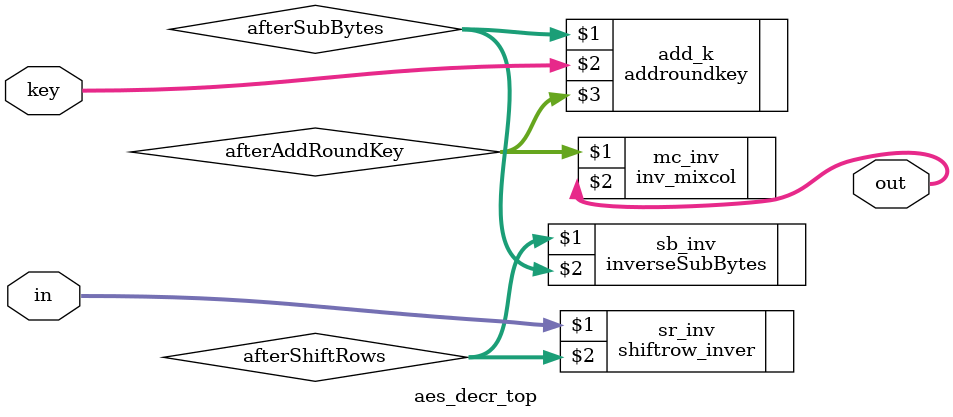
<source format=v>
`timescale 1ns / 1ps


module aes_decr_top(
input  [127:0] in,
    input  [127:0] key,
    output [127:0] out
);
    wire [127:0] afterShiftRows;
    wire [127:0] afterSubBytes;
    wire [127:0] afterAddRoundKey;

    // 1. Dịch hàng ngược (InvShiftRows) [cite: 1]
    shiftrow_inver sr_inv (in, afterShiftRows);

    // 2. Thay thế byte ngược (InvSubBytes) [cite: 1]
    inverseSubBytes sb_inv (afterShiftRows, afterSubBytes);

    // 3. Cộng khóa (AddRoundKey)
    addroundkey add_k (afterSubBytes, key, afterAddRoundKey);

    // 4. Trộn cột ngược (InvMixColumns) [cite: 1]
    inv_mixcol mc_inv (afterAddRoundKey, out);
endmodule

</source>
